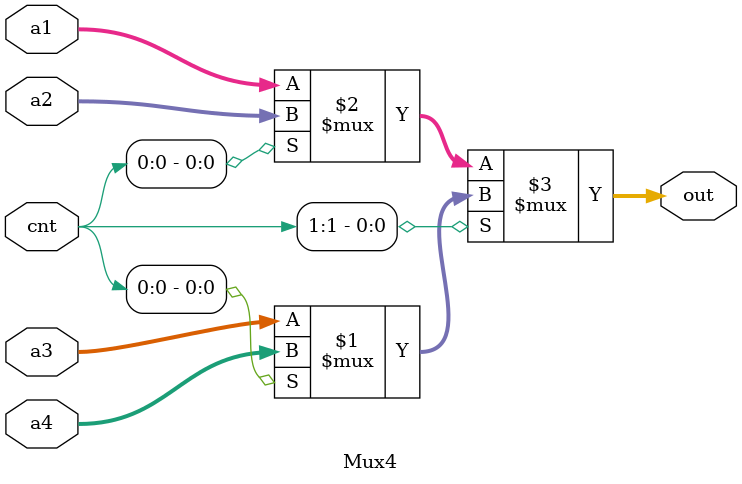
<source format=v>
module Mux4(a1, a2, a3, a4, cnt, out);
    input [31:0] a1, a2, a3, a4;
    input [1:0] cnt;
    output [31:0] out;
    assign out = cnt[1] ? (cnt[0] ? a4 : a3) : cnt[0] ? a2 : a1;
endmodule
</source>
